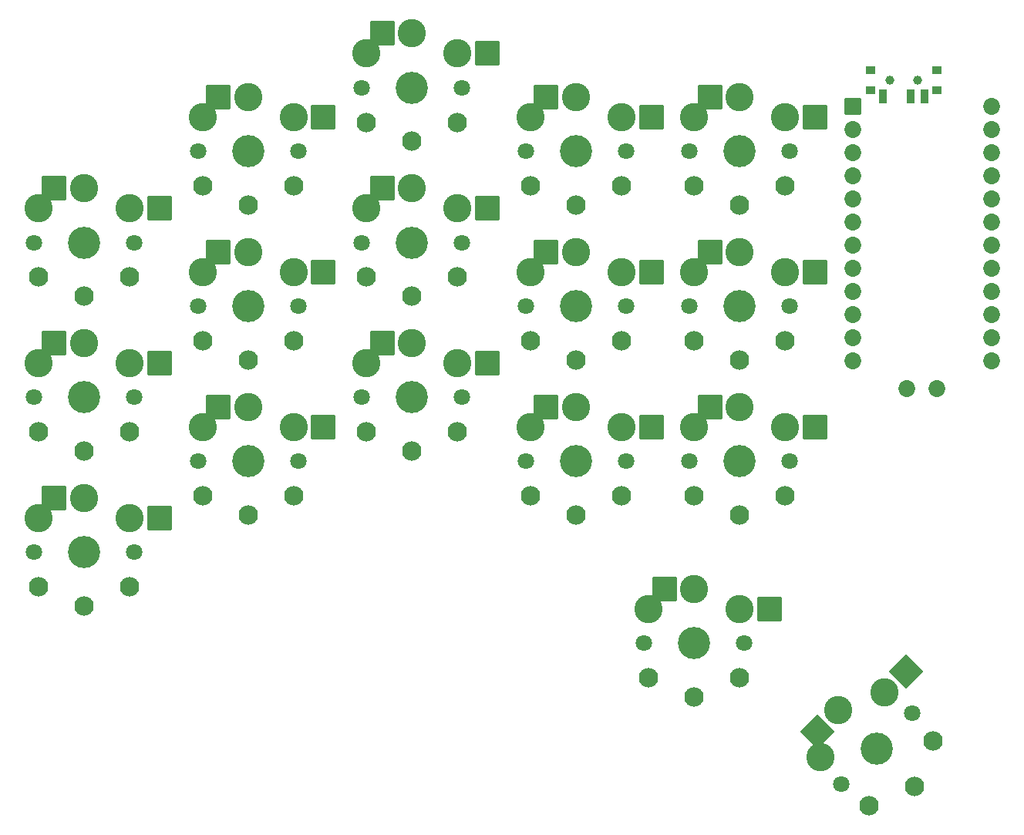
<source format=gbr>
%TF.GenerationSoftware,KiCad,Pcbnew,6.0.4*%
%TF.CreationDate,2022-04-03T20:08:53+02:00*%
%TF.ProjectId,lbd,6c62642e-6b69-4636-9164-5f7063625858,v1.0.0*%
%TF.SameCoordinates,Original*%
%TF.FileFunction,Soldermask,Bot*%
%TF.FilePolarity,Negative*%
%FSLAX46Y46*%
G04 Gerber Fmt 4.6, Leading zero omitted, Abs format (unit mm)*
G04 Created by KiCad (PCBNEW 6.0.4) date 2022-04-03 20:08:53*
%MOMM*%
%LPD*%
G01*
G04 APERTURE LIST*
G04 Aperture macros list*
%AMRoundRect*
0 Rectangle with rounded corners*
0 $1 Rounding radius*
0 $2 $3 $4 $5 $6 $7 $8 $9 X,Y pos of 4 corners*
0 Add a 4 corners polygon primitive as box body*
4,1,4,$2,$3,$4,$5,$6,$7,$8,$9,$2,$3,0*
0 Add four circle primitives for the rounded corners*
1,1,$1+$1,$2,$3*
1,1,$1+$1,$4,$5*
1,1,$1+$1,$6,$7*
1,1,$1+$1,$8,$9*
0 Add four rect primitives between the rounded corners*
20,1,$1+$1,$2,$3,$4,$5,0*
20,1,$1+$1,$4,$5,$6,$7,0*
20,1,$1+$1,$6,$7,$8,$9,0*
20,1,$1+$1,$8,$9,$2,$3,0*%
G04 Aperture macros list end*
%ADD10C,1.852600*%
%ADD11C,3.529000*%
%ADD12C,1.801800*%
%ADD13C,2.132000*%
%ADD14C,3.100000*%
%ADD15RoundRect,0.050000X-1.300000X-1.300000X1.300000X-1.300000X1.300000X1.300000X-1.300000X1.300000X0*%
%ADD16RoundRect,0.050000X0.000000X-1.838478X1.838478X0.000000X0.000000X1.838478X-1.838478X0.000000X0*%
%ADD17RoundRect,0.050000X-0.500000X-0.400000X0.500000X-0.400000X0.500000X0.400000X-0.500000X0.400000X0*%
%ADD18C,1.000000*%
%ADD19RoundRect,0.050000X-0.350000X-0.750000X0.350000X-0.750000X0.350000X0.750000X-0.350000X0.750000X0*%
%ADD20RoundRect,0.050000X-0.876300X0.876300X-0.876300X-0.876300X0.876300X-0.876300X0.876300X0.876300X0*%
G04 APERTURE END LIST*
D10*
%TO.C,*%
X195470000Y-93850000D03*
X192230000Y-93850000D03*
%TD*%
D11*
%TO.C,S22*%
X155850000Y-84850000D03*
D12*
X150350000Y-84850000D03*
X161350000Y-84850000D03*
D13*
X160850000Y-88650000D03*
X150850000Y-88650000D03*
X155850000Y-90750000D03*
X155850000Y-90750000D03*
%TD*%
D12*
%TO.C,S30*%
X168350000Y-67850000D03*
X179350000Y-67850000D03*
D11*
X173850000Y-67850000D03*
D13*
X178850000Y-71650000D03*
X168850000Y-71650000D03*
X173850000Y-73750000D03*
X173850000Y-73750000D03*
%TD*%
D11*
%TO.C,S10*%
X119850000Y-84850000D03*
D12*
X125350000Y-84850000D03*
X114350000Y-84850000D03*
D13*
X114850000Y-88650000D03*
X124850000Y-88650000D03*
X119850000Y-90750000D03*
X119850000Y-90750000D03*
%TD*%
D11*
%TO.C,S6*%
X101850000Y-77850000D03*
D12*
X96350000Y-77850000D03*
X107350000Y-77850000D03*
D13*
X96850000Y-81650000D03*
X106850000Y-81650000D03*
X101850000Y-83750000D03*
X101850000Y-83750000D03*
%TD*%
D14*
%TO.C,S13*%
X137850000Y-88900000D03*
D12*
X143350000Y-94850000D03*
X132350000Y-94850000D03*
D14*
X137850000Y-88900000D03*
X132850000Y-91100000D03*
X142850000Y-91100000D03*
D11*
X137850000Y-94850000D03*
D15*
X134575000Y-88900000D03*
X146125000Y-91100000D03*
%TD*%
D12*
%TO.C,S31*%
X163350000Y-121850000D03*
D11*
X168850000Y-121850000D03*
D12*
X174350000Y-121850000D03*
D14*
X168850000Y-115900000D03*
X168850000Y-115900000D03*
X173850000Y-118100000D03*
X163850000Y-118100000D03*
D15*
X165575000Y-115900000D03*
X177125000Y-118100000D03*
%TD*%
D14*
%TO.C,S17*%
X132850000Y-57100000D03*
X137850000Y-54900000D03*
D11*
X137850000Y-60850000D03*
D14*
X142850000Y-57100000D03*
D12*
X132350000Y-60850000D03*
D14*
X137850000Y-54900000D03*
D12*
X143350000Y-60850000D03*
D15*
X134575000Y-54900000D03*
X146125000Y-57100000D03*
%TD*%
D11*
%TO.C,S33*%
X188874412Y-133437868D03*
D12*
X192763499Y-129548781D03*
D14*
X184667127Y-129230583D03*
D12*
X184985325Y-137326955D03*
D14*
X182687228Y-134321751D03*
X189758295Y-127250684D03*
X184667127Y-129230583D03*
D16*
X182351352Y-131546357D03*
X192074070Y-124934909D03*
%TD*%
D12*
%TO.C,S20*%
X161350000Y-101850000D03*
D11*
X155850000Y-101850000D03*
D12*
X150350000Y-101850000D03*
D13*
X150850000Y-105650000D03*
X160850000Y-105650000D03*
X155850000Y-107750000D03*
X155850000Y-107750000D03*
%TD*%
D12*
%TO.C,S3*%
X96350000Y-94850000D03*
D14*
X101850000Y-88900000D03*
X96850000Y-91100000D03*
D12*
X107350000Y-94850000D03*
D14*
X101850000Y-88900000D03*
D11*
X101850000Y-94850000D03*
D14*
X106850000Y-91100000D03*
D15*
X98575000Y-88900000D03*
X110125000Y-91100000D03*
%TD*%
D14*
%TO.C,S1*%
X101850000Y-105900000D03*
X106850000Y-108100000D03*
D12*
X96350000Y-111850000D03*
X107350000Y-111850000D03*
D11*
X101850000Y-111850000D03*
D14*
X96850000Y-108100000D03*
X101850000Y-105900000D03*
D15*
X98575000Y-105900000D03*
X110125000Y-108100000D03*
%TD*%
D14*
%TO.C,S21*%
X150850000Y-81100000D03*
X160850000Y-81100000D03*
X155850000Y-78900000D03*
D12*
X161350000Y-84850000D03*
D11*
X155850000Y-84850000D03*
D14*
X155850000Y-78900000D03*
D12*
X150350000Y-84850000D03*
D15*
X152575000Y-78900000D03*
X164125000Y-81100000D03*
%TD*%
D11*
%TO.C,S16*%
X137850000Y-77850000D03*
D12*
X132350000Y-77850000D03*
X143350000Y-77850000D03*
D13*
X142850000Y-81650000D03*
X132850000Y-81650000D03*
X137850000Y-83750000D03*
X137850000Y-83750000D03*
%TD*%
D11*
%TO.C,S18*%
X137850000Y-60850000D03*
D12*
X132350000Y-60850000D03*
X143350000Y-60850000D03*
D13*
X142850000Y-64650000D03*
X132850000Y-64650000D03*
X137850000Y-66750000D03*
X137850000Y-66750000D03*
%TD*%
D11*
%TO.C,S19*%
X155850000Y-101850000D03*
D12*
X161350000Y-101850000D03*
D14*
X160850000Y-98100000D03*
D12*
X150350000Y-101850000D03*
D14*
X155850000Y-95900000D03*
X150850000Y-98100000D03*
X155850000Y-95900000D03*
D15*
X152575000Y-95900000D03*
X164125000Y-98100000D03*
%TD*%
D14*
%TO.C,S29*%
X178850000Y-64100000D03*
X168850000Y-64100000D03*
D11*
X173850000Y-67850000D03*
D12*
X168350000Y-67850000D03*
D14*
X173850000Y-61900000D03*
X173850000Y-61900000D03*
D12*
X179350000Y-67850000D03*
D15*
X170575000Y-61900000D03*
X182125000Y-64100000D03*
%TD*%
D12*
%TO.C,S23*%
X150350000Y-67850000D03*
D11*
X155850000Y-67850000D03*
D14*
X155850000Y-61900000D03*
X150850000Y-64100000D03*
X155850000Y-61900000D03*
D12*
X161350000Y-67850000D03*
D14*
X160850000Y-64100000D03*
D15*
X152575000Y-61900000D03*
X164125000Y-64100000D03*
%TD*%
D12*
%TO.C,S34*%
X192763499Y-129548781D03*
X184985325Y-137326955D03*
D11*
X188874412Y-133437868D03*
D13*
X188025884Y-139660408D03*
X195096952Y-132589340D03*
X193046342Y-137609798D03*
X193046342Y-137609798D03*
%TD*%
D12*
%TO.C,S9*%
X114350000Y-84850000D03*
X125350000Y-84850000D03*
D14*
X114850000Y-81100000D03*
X119850000Y-78900000D03*
D11*
X119850000Y-84850000D03*
D14*
X119850000Y-78900000D03*
X124850000Y-81100000D03*
D15*
X116575000Y-78900000D03*
X128125000Y-81100000D03*
%TD*%
D12*
%TO.C,S11*%
X125350000Y-67850000D03*
D14*
X114850000Y-64100000D03*
X119850000Y-61900000D03*
D11*
X119850000Y-67850000D03*
D14*
X124850000Y-64100000D03*
D12*
X114350000Y-67850000D03*
D14*
X119850000Y-61900000D03*
D15*
X116575000Y-61900000D03*
X128125000Y-64100000D03*
%TD*%
D17*
%TO.C,*%
X188200000Y-58920000D03*
D18*
X190350000Y-60020000D03*
X193350000Y-60020000D03*
D17*
X195500000Y-58920000D03*
X195500000Y-61130000D03*
D18*
X193350000Y-60020000D03*
D17*
X188200000Y-61130000D03*
D18*
X190350000Y-60020000D03*
D19*
X189600000Y-61780000D03*
X192600000Y-61780000D03*
X194100000Y-61780000D03*
%TD*%
D11*
%TO.C,S4*%
X101850000Y-94850000D03*
D12*
X96350000Y-94850000D03*
X107350000Y-94850000D03*
D13*
X106850000Y-98650000D03*
X96850000Y-98650000D03*
X101850000Y-100750000D03*
X101850000Y-100750000D03*
%TD*%
D14*
%TO.C,S27*%
X173850000Y-78900000D03*
X173850000Y-78900000D03*
D12*
X168350000Y-84850000D03*
D14*
X168850000Y-81100000D03*
X178850000Y-81100000D03*
D11*
X173850000Y-84850000D03*
D12*
X179350000Y-84850000D03*
D15*
X170575000Y-78900000D03*
X182125000Y-81100000D03*
%TD*%
D12*
%TO.C,S12*%
X125350000Y-67850000D03*
D11*
X119850000Y-67850000D03*
D12*
X114350000Y-67850000D03*
D13*
X114850000Y-71650000D03*
X124850000Y-71650000D03*
X119850000Y-73750000D03*
X119850000Y-73750000D03*
%TD*%
D12*
%TO.C,S5*%
X96350000Y-77850000D03*
D11*
X101850000Y-77850000D03*
D14*
X101850000Y-71900000D03*
X96850000Y-74100000D03*
D12*
X107350000Y-77850000D03*
D14*
X106850000Y-74100000D03*
X101850000Y-71900000D03*
D15*
X98575000Y-71900000D03*
X110125000Y-74100000D03*
%TD*%
D12*
%TO.C,S2*%
X96350000Y-111850000D03*
D11*
X101850000Y-111850000D03*
D12*
X107350000Y-111850000D03*
D13*
X106850000Y-115650000D03*
X96850000Y-115650000D03*
X101850000Y-117750000D03*
X101850000Y-117750000D03*
%TD*%
D12*
%TO.C,S26*%
X179350000Y-101850000D03*
D11*
X173850000Y-101850000D03*
D12*
X168350000Y-101850000D03*
D13*
X168850000Y-105650000D03*
X178850000Y-105650000D03*
X173850000Y-107750000D03*
X173850000Y-107750000D03*
%TD*%
D12*
%TO.C,S14*%
X132350000Y-94850000D03*
D11*
X137850000Y-94850000D03*
D12*
X143350000Y-94850000D03*
D13*
X142850000Y-98650000D03*
X132850000Y-98650000D03*
X137850000Y-100750000D03*
X137850000Y-100750000D03*
%TD*%
D11*
%TO.C,S8*%
X119850000Y-101850000D03*
D12*
X125350000Y-101850000D03*
X114350000Y-101850000D03*
D13*
X114850000Y-105650000D03*
X124850000Y-105650000D03*
X119850000Y-107750000D03*
X119850000Y-107750000D03*
%TD*%
D20*
%TO.C,MCU1*%
X186230000Y-62880000D03*
D10*
X186230000Y-65420000D03*
X186230000Y-67960000D03*
X186230000Y-70500000D03*
X186230000Y-73040000D03*
X186230000Y-75580000D03*
X186230000Y-78120000D03*
X186230000Y-80660000D03*
X186230000Y-83200000D03*
X186230000Y-85740000D03*
X186230000Y-88280000D03*
X186230000Y-90820000D03*
X201470000Y-62880000D03*
X201470000Y-65420000D03*
X201470000Y-67960000D03*
X201470000Y-70500000D03*
X201470000Y-73040000D03*
X201470000Y-75580000D03*
X201470000Y-78120000D03*
X201470000Y-80660000D03*
X201470000Y-83200000D03*
X201470000Y-85740000D03*
X201470000Y-88280000D03*
X201470000Y-90820000D03*
%TD*%
D11*
%TO.C,S28*%
X173850000Y-84850000D03*
D12*
X179350000Y-84850000D03*
X168350000Y-84850000D03*
D13*
X178850000Y-88650000D03*
X168850000Y-88650000D03*
X173850000Y-90750000D03*
X173850000Y-90750000D03*
%TD*%
D12*
%TO.C,S32*%
X174350000Y-121850000D03*
X163350000Y-121850000D03*
D11*
X168850000Y-121850000D03*
D13*
X173850000Y-125650000D03*
X163850000Y-125650000D03*
X168850000Y-127750000D03*
X168850000Y-127750000D03*
%TD*%
D11*
%TO.C,S7*%
X119850000Y-101850000D03*
D14*
X114850000Y-98100000D03*
X119850000Y-95900000D03*
X119850000Y-95900000D03*
D12*
X125350000Y-101850000D03*
D14*
X124850000Y-98100000D03*
D12*
X114350000Y-101850000D03*
D15*
X116575000Y-95900000D03*
X128125000Y-98100000D03*
%TD*%
D14*
%TO.C,S25*%
X173850000Y-95900000D03*
X178850000Y-98100000D03*
D12*
X168350000Y-101850000D03*
D14*
X168850000Y-98100000D03*
D12*
X179350000Y-101850000D03*
D11*
X173850000Y-101850000D03*
D14*
X173850000Y-95900000D03*
D15*
X170575000Y-95900000D03*
X182125000Y-98100000D03*
%TD*%
D11*
%TO.C,S24*%
X155850000Y-67850000D03*
D12*
X150350000Y-67850000D03*
X161350000Y-67850000D03*
D13*
X150850000Y-71650000D03*
X160850000Y-71650000D03*
X155850000Y-73750000D03*
X155850000Y-73750000D03*
%TD*%
D14*
%TO.C,S15*%
X142850000Y-74100000D03*
D12*
X132350000Y-77850000D03*
D14*
X137850000Y-71900000D03*
D12*
X143350000Y-77850000D03*
D14*
X137850000Y-71900000D03*
D11*
X137850000Y-77850000D03*
D14*
X132850000Y-74100000D03*
D15*
X134575000Y-71900000D03*
X146125000Y-74100000D03*
%TD*%
M02*

</source>
